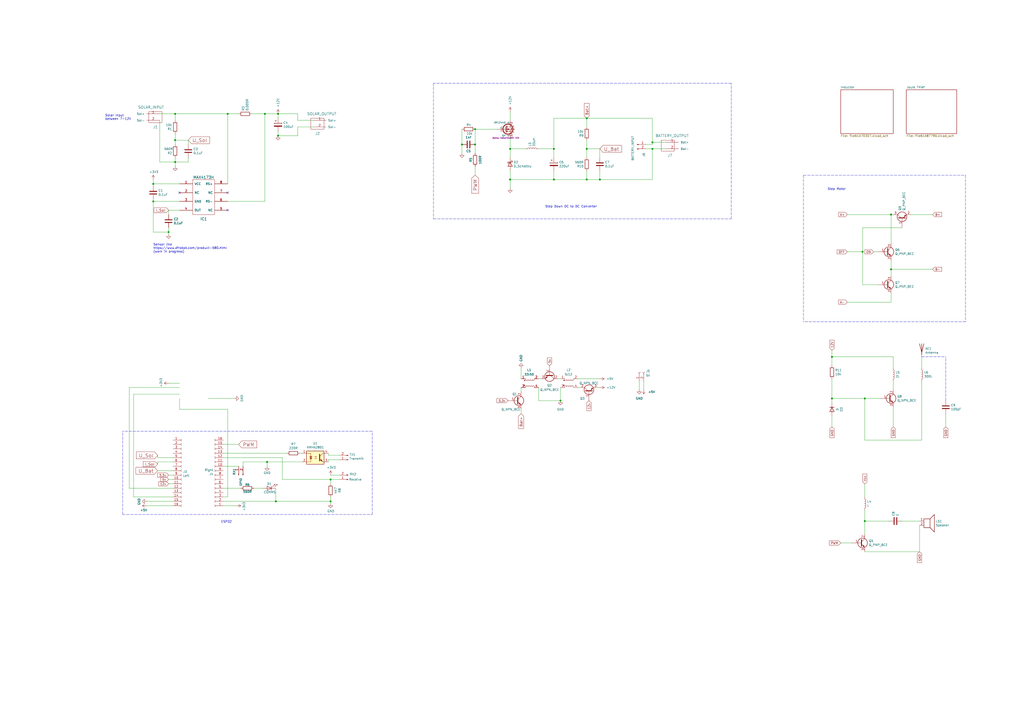
<source format=kicad_sch>
(kicad_sch (version 20211123) (generator eeschema)
  (paper "A2")
  (title_block (date "2022-07-16"))
  (lib_symbols
    (symbol "Connector:Conn_01x02_Female" (pin_names (offset 1.016) hide)
      (property "Reference" "J" (at 0 2.54 0))
      (property "Value" "Conn_01x02_Female" (at 0 -5.08 0))
      (symbol "Conn_01x02_Female_1_1"
        (pin passive line (at -5.08 0 0) (length 3.81) (name "Pin_1") (number "1"))
        (pin passive line (at -5.08 -2.54 0) (length 3.81) (name "Pin_2") (number "2"))
      )
    )
    (symbol "Device:Antenna" (pin_numbers hide) (pin_names (offset 1.016) hide)
      (property "Reference" "AE" (at -1.905 1.905 0))
      (property "Value" "Antenna" (at -1.905 0 0))
      (symbol "Antenna_1_1"
        (pin input line (at 0 -5.08 90) (length 2.54) (name "A") (number "1"))
      )
    )
    (symbol "Device:C" (pin_numbers hide) (pin_names (offset 0.254))
      (property "Reference" "C" (at 0.635 2.54 0))
      (property "Value" "C" (at 0.635 -2.54 0))
      (symbol "C_1_1"
        (pin passive line (at 0 3.81 270) (length 2.794) (name "~") (number "1"))
        (pin passive line (at 0 -3.81 90) (length 2.794) (name "~") (number "2"))
      )
    )
    (symbol "Device:D" (pin_numbers hide) (pin_names (offset 1.016) hide)
      (property "Reference" "D" (at 0 2.54 0))
      (property "Value" "D" (at 0 -2.54 0))
      (symbol "D_1_1"
        (pin passive line (at -3.81 0 0) (length 2.54) (name "K") (number "1"))
        (pin passive line (at 3.81 0 180) (length 2.54) (name "A") (number "2"))
      )
    )
    (symbol "Device:D_Schottky" (pin_numbers hide) (pin_names (offset 1.016) hide)
      (property "Reference" "D" (at 0 2.54 0))
      (property "Value" "D_Schottky" (at 0 -2.54 0))
      (symbol "D_Schottky_1_1"
        (pin passive line (at -3.81 0 0) (length 2.54) (name "K") (number "1"))
        (pin passive line (at 3.81 0 180) (length 2.54) (name "A") (number "2"))
      )
    )
    (symbol "Device:L" (pin_numbers hide) (pin_names (offset 1.016) hide)
      (property "Reference" "L" (at -1.27 0 90))
      (property "Value" "L" (at 1.905 0 90))
      (symbol "L_1_1"
        (pin passive line (at 0 3.81 270) (length 1.27) (name "1") (number "1"))
        (pin passive line (at 0 -3.81 90) (length 1.27) (name "2") (number "2"))
      )
    )
    (symbol "Device:L_Coupled" (pin_names (offset 0.254) hide)
      (property "Reference" "L" (at 0 4.445 0))
      (property "Value" "L_Coupled" (at 0 -4.445 0))
      (symbol "L_Coupled_1_1"
        (pin passive line (at -5.08 2.54 0) (length 2.54) (name "1") (number "1"))
        (pin passive line (at 5.08 2.54 180) (length 2.54) (name "2") (number "2"))
        (pin passive line (at -5.08 -2.54 0) (length 2.54) (name "3") (number "3"))
        (pin passive line (at 5.08 -2.54 180) (length 2.54) (name "4") (number "4"))
      )
    )
    (symbol "Device:Q_NPN_BCE" (pin_names (offset 0) hide)
      (property "Reference" "Q" (at 5.08 1.27 0))
      (property "Value" "Q_NPN_BCE" (at 5.08 -1.27 0))
      (symbol "Q_NPN_BCE_1_1"
        (pin input line (at -5.08 0 0) (length 5.715) (name "B") (number "1"))
        (pin passive line (at 2.54 5.08 270) (length 2.54) (name "C") (number "2"))
        (pin passive line (at 2.54 -5.08 90) (length 2.54) (name "E") (number "3"))
      )
    )
    (symbol "Device:Q_PNP_BCE" (pin_names (offset 0) hide)
      (property "Reference" "Q" (at 5.08 1.27 0))
      (property "Value" "Q_PNP_BCE" (at 5.08 -1.27 0))
      (symbol "Q_PNP_BCE_1_1"
        (pin input line (at -5.08 0 0) (length 5.715) (name "B") (number "1"))
        (pin passive line (at 2.54 5.08 270) (length 2.54) (name "C") (number "2"))
        (pin passive line (at 2.54 -5.08 90) (length 2.54) (name "E") (number "3"))
      )
    )
    (symbol "Device:Q_PNP_BEC" (pin_names (offset 0) hide)
      (property "Reference" "Q" (at 5.08 1.27 0))
      (property "Value" "Q_PNP_BEC" (at 5.08 -1.27 0))
      (symbol "Q_PNP_BEC_1_1"
        (pin input line (at -5.08 0 0) (length 5.715) (name "B") (number "1"))
        (pin passive line (at 2.54 -5.08 90) (length 2.54) (name "E") (number "2"))
        (pin passive line (at 2.54 5.08 270) (length 2.54) (name "C") (number "3"))
      )
    )
    (symbol "Device:R" (pin_numbers hide) (pin_names (offset 0))
      (property "Reference" "R" (at 2.032 0 90))
      (property "Value" "R" (at 0 0 90))
      (symbol "R_1_1"
        (pin passive line (at 0 3.81 270) (length 1.27) (name "~") (number "1"))
        (pin passive line (at 0 -3.81 90) (length 1.27) (name "~") (number "2"))
      )
    )
    (symbol "Device:Speaker" (pin_names (offset 0) hide)
      (property "Reference" "LS" (at 1.27 5.715 0))
      (property "Value" "Speaker" (at 1.27 3.81 0))
      (symbol "Speaker_1_1"
        (pin input line (at -5.08 0 0) (length 2.54) (name "1") (number "1"))
        (pin input line (at -5.08 -2.54 0) (length 2.54) (name "2") (number "2"))
      )
    )
    (symbol "connectors:Battery_Output" (pin_names (offset 1.016))
      (property "Reference" "J" (at 0 -11.43 0))
      (property "Value" "Battery_Output" (at 2.54 0 0))
      (symbol "Battery_Output_1_1"
        (pin passive line (at -1.27 -3.81 0) (length 7.62) (name "Bat+") (number "1"))
        (pin passive line (at -1.27 -7.62 0) (length 7.62) (name "Bat-") (number "2"))
      )
    )
    (symbol "connectors:MAX4173H" (pin_names (offset 1.016))
      (property "Reference" "IC" (at 10.16 -15.24 0))
      (property "Value" "MAX4173H" (at 10.16 8.89 0))
      (symbol "MAX4173H_1_1"
        (pin power_in line (at -3.81 5.08 0) (length 7.62) (name "VCC") (number "1"))
        (pin input line (at -3.81 0 0) (length 7.62) (name "NC") (number "2"))
        (pin input line (at -3.81 -5.08 0) (length 7.62) (name "GND") (number "3"))
        (pin power_out line (at -3.81 -10.16 0) (length 7.62) (name "OUT") (number "4"))
        (pin input line (at 24.13 -10.16 180) (length 7.62) (name "NC") (number "5"))
        (pin input line (at 24.13 -5.08 180) (length 7.62) (name "RS-") (number "6"))
        (pin input line (at 24.13 0 180) (length 7.62) (name "NC") (number "7"))
        (pin input line (at 24.13 5.08 180) (length 7.62) (name "RS+") (number "8"))
      )
    )
    (symbol "connectors:SOLAR_INPUT" (pin_names (offset 1.016))
      (property "Reference" "J" (at 0 -11.43 0))
      (property "Value" "SOLAR_INPUT" (at 2.54 0 0))
      (symbol "SOLAR_INPUT_1_1"
        (pin passive line (at -2.54 -3.81 0) (length 7.62) (name "Sol+") (number "1"))
        (pin passive line (at -2.54 -7.62 0) (length 7.62) (name "Sol-") (number "2"))
      )
    )
    (symbol "irfiz44n:IRFIZ44N" (pin_names (offset 0))
      (property "Reference" "Q" (at 0 -3.7592 0))
      (property "Value" "IRFIZ44N" (at 0 3.7846 0))
      (property "Footprint" "TO220" (at -4.5466 2.5654 0))
      (symbol "IRFIZ44N_1_1"
        (pin input line (at -5.08 0 0) (length 5.08) (name "G") (number "1"))
        (pin passive line (at 2.54 5.08 270) (length 2.54) (name "D") (number "2"))
        (pin passive line (at 2.54 -5.08 90) (length 2.54) (name "S") (number "3"))
      )
    )
    (symbol "power:+12V" (power) (pin_names (offset 0))
      (property "Value" "+12V" (at 0 3.556 0))
      (symbol "+12V_1_1"
        (pin power_in line (at 0 0 90) (length 0) hide (name "+12V") (number "1"))
      )
    )
    (symbol "power:+5V" (power) (pin_names (offset 0))
      (property "Value" "+5V" (at 0 3.556 0))
      (symbol "+5V_1_1"
        (pin power_in line (at 0 0 90) (length 0) hide (name "+5V") (number "1"))
      )
    )
    (symbol "power:GND" (power) (pin_names (offset 0))
      (property "Value" "GND" (at 0 -3.81 0))
      (symbol "GND_1_1"
        (pin power_in line (at 0 0 270) (length 0) hide (name "GND") (number "1"))
      )
    )
    (symbol "solar-rescue:+3.3V-power" (power) (pin_names (offset 0))
      (property "Value" "+3.3V-power" (at 0 3.556 0))
      (symbol "+3.3V-power_1_1"
        (pin power_in line (at 0 0 90) (length 0) hide (name "+3V3") (number "1"))
      )
    )
    (symbol "solar-rescue:C-Device" (pin_numbers hide) (pin_names (offset 0.254))
      (property "Reference" "C" (at 0.635 2.54 0))
      (property "Value" "C-Device" (at 0.635 -2.54 0))
      (symbol "C-Device_1_1"
        (pin passive line (at 0 3.81 270) (length 2.794) (name "~") (number "1"))
        (pin passive line (at 0 -3.81 90) (length 2.794) (name "~") (number "2"))
      )
    )
    (symbol "solar-rescue:CP-Device" (pin_numbers hide) (pin_names (offset 0.254))
      (property "Reference" "C" (at 0.635 2.54 0))
      (property "Value" "CP-Device" (at 0.635 -2.54 0))
      (symbol "CP-Device_1_1"
        (pin passive line (at 0 3.81 270) (length 2.794) (name "~") (number "1"))
        (pin passive line (at 0 -3.81 90) (length 2.794) (name "~") (number "2"))
      )
    )
    (symbol "solar-rescue:Conn_01x02_Male-Connector" (pin_names (offset 1.016) hide)
      (property "Reference" "J" (at 0 2.54 0))
      (property "Value" "Conn_01x02_Male-Connector" (at 0 -5.08 0))
      (symbol "Conn_01x02_Male-Connector_1_1"
        (pin passive line (at 5.08 0 180) (length 3.81) (name "Pin_1") (number "1"))
        (pin passive line (at 5.08 -2.54 180) (length 3.81) (name "Pin_2") (number "2"))
      )
    )
    (symbol "solar-rescue:Conn_01x16_Female-Connector" (pin_names (offset 1.016) hide)
      (property "Reference" "J" (at 0 20.32 0))
      (property "Value" "Conn_01x16_Female-Connector" (at 0 -22.86 0))
      (symbol "Conn_01x16_Female-Connector_1_1"
        (pin passive line (at -5.08 17.78 0) (length 3.81) (name "Pin_1") (number "1"))
        (pin passive line (at -5.08 -5.08 0) (length 3.81) (name "Pin_10") (number "10"))
        (pin passive line (at -5.08 -7.62 0) (length 3.81) (name "Pin_11") (number "11"))
        (pin passive line (at -5.08 -10.16 0) (length 3.81) (name "Pin_12") (number "12"))
        (pin passive line (at -5.08 -12.7 0) (length 3.81) (name "Pin_13") (number "13"))
        (pin passive line (at -5.08 -15.24 0) (length 3.81) (name "Pin_14") (number "14"))
        (pin passive line (at -5.08 -17.78 0) (length 3.81) (name "Pin_15") (number "15"))
        (pin passive line (at -5.08 -20.32 0) (length 3.81) (name "Pin_16") (number "16"))
        (pin passive line (at -5.08 15.24 0) (length 3.81) (name "Pin_2") (number "2"))
        (pin passive line (at -5.08 12.7 0) (length 3.81) (name "Pin_3") (number "3"))
        (pin passive line (at -5.08 10.16 0) (length 3.81) (name "Pin_4") (number "4"))
        (pin passive line (at -5.08 7.62 0) (length 3.81) (name "Pin_5") (number "5"))
        (pin passive line (at -5.08 5.08 0) (length 3.81) (name "Pin_6") (number "6"))
        (pin passive line (at -5.08 2.54 0) (length 3.81) (name "Pin_7") (number "7"))
        (pin passive line (at -5.08 0 0) (length 3.81) (name "Pin_8") (number "8"))
        (pin passive line (at -5.08 -2.54 0) (length 3.81) (name "Pin_9") (number "9"))
      )
    )
    (symbol "solar-rescue:GND-power" (power) (pin_names (offset 0))
      (property "Value" "GND-power" (at 0 -3.81 0))
      (symbol "GND-power_1_1"
        (pin power_in line (at 0 0 270) (length 0) hide (name "GND") (number "1"))
      )
    )
    (symbol "solar-rescue:L-Device" (pin_numbers hide) (pin_names (offset 1.016) hide)
      (property "Reference" "L" (at -1.27 0 90))
      (property "Value" "L-Device" (at 1.905 0 90))
      (symbol "L-Device_1_1"
        (pin passive line (at 0 3.81 270) (length 1.27) (name "1") (number "1"))
        (pin passive line (at 0 -3.81 90) (length 1.27) (name "2") (number "2"))
      )
    )
    (symbol "solar-rescue:LED-Device" (pin_numbers hide) (pin_names (offset 1.016) hide)
      (property "Reference" "D" (at 0 2.54 0))
      (property "Value" "LED-Device" (at 0 -2.54 0))
      (symbol "LED-Device_1_1"
        (pin passive line (at -3.81 0 0) (length 2.54) (name "K") (number "1"))
        (pin passive line (at 3.81 0 180) (length 2.54) (name "A") (number "2"))
      )
    )
    (symbol "solar-rescue:PC817-Isolator" (pin_names (offset 1.016))
      (property "Reference" "U" (at -5.08 5.08 0))
      (property "Value" "PC817-Isolator" (at 0 5.08 0))
      (symbol "PC817-Isolator_1_1"
        (pin passive line (at -7.62 2.54 0) (length 2.54) (name "~") (number "1"))
        (pin passive line (at -7.62 -2.54 0) (length 2.54) (name "~") (number "2"))
        (pin passive line (at 7.62 -2.54 180) (length 2.54) (name "~") (number "3"))
        (pin passive line (at 7.62 2.54 180) (length 2.54) (name "~") (number "4"))
      )
    )
    (symbol "solar-rescue:R-Device" (pin_numbers hide) (pin_names (offset 0))
      (property "Reference" "R" (at 2.032 0 90))
      (property "Value" "R-Device" (at 0 0 90))
      (symbol "R-Device_1_1"
        (pin passive line (at 0 3.81 270) (length 1.27) (name "~") (number "1"))
        (pin passive line (at 0 -3.81 90) (length 1.27) (name "~") (number "2"))
      )
    )
  )
  (junction (at 275.59 74.93))
  (junction (at 378.46 86.36))
  (junction (at 101.6 66.04))
  (junction (at 340.36 68.58))
  (junction (at 325.12 232.41))
  (junction (at 132.08 66.04))
  (junction (at 516.89 156.21))
  (junction (at 340.36 104.14))
  (junction (at 101.6 81.28))
  (junction (at 482.6 231.14))
  (junction (at 161.29 78.74))
  (junction (at 501.65 231.14))
  (junction (at 275.59 83.82))
  (junction (at 295.91 104.14))
  (junction (at 500.38 146.05))
  (junction (at 153.67 66.04))
  (junction (at 191.77 290.83))
  (junction (at 191.77 278.13))
  (junction (at 88.9 106.68))
  (junction (at 88.9 116.84))
  (junction (at 482.6 207.01))
  (junction (at 347.98 104.14))
  (junction (at 295.91 86.36))
  (junction (at 321.31 86.36))
  (junction (at 501.65 302.26))
  (junction (at 154.94 267.97))
  (junction (at 516.89 124.46))
  (junction (at 267.97 83.82))
  (junction (at 161.29 66.04))
  (junction (at 378.46 82.55))
  (junction (at 340.36 86.36))
  (junction (at 160.02 290.83))
  (junction (at 101.6 93.98))
  (junction (at 321.31 104.14))
  (junction (at 97.79 134.62))
  (no_connect (at 132.08 111.76))
  (no_connect (at 104.14 111.76))
  (no_connect (at 132.08 121.92))
  (wire (pts (xy 295.91 104.14) (xy 295.91 109.22)))
  (wire (pts (xy 88.9 107.95) (xy 88.9 106.68)))
  (wire (pts (xy 132.08 66.04) (xy 132.08 106.68)))
  (wire (pts (xy 88.9 115.57) (xy 88.9 116.84)))
  (wire (pts (xy 501.65 295.91) (xy 501.65 302.26)))
  (wire (pts (xy 482.6 231.14) (xy 501.65 231.14)))
  (wire (pts (xy 101.6 91.44) (xy 101.6 93.98)))
  (wire (pts (xy 500.38 146.05) (xy 500.38 165.1)))
  (wire (pts (xy 321.31 91.44) (xy 321.31 86.36)))
  (wire (pts (xy 340.36 81.28) (xy 340.36 86.36)))
  (wire (pts (xy 501.65 320.04) (xy 533.4 320.04)))
  (wire (pts (xy 295.91 80.01) (xy 295.91 86.36)))
  (wire (pts (xy 321.31 104.14) (xy 340.36 104.14)))
  (wire (pts (xy 172.72 66.04) (xy 161.29 66.04)))
  (wire (pts (xy 97.79 134.62) (xy 97.79 135.89)))
  (polyline (pts (xy 251.46 127) (xy 424.18 127)))
  (wire (pts (xy 160.02 283.21) (xy 160.02 290.83)))
  (wire (pts (xy 129.54 283.21) (xy 139.7 283.21)))
  (polyline (pts (xy 534.67 207.01) (xy 548.64 207.01)))
  (wire (pts (xy 295.91 91.44) (xy 295.91 86.36)))
  (wire (pts (xy 140.97 267.97) (xy 140.97 270.51)))
  (wire (pts (xy 518.16 226.06) (xy 518.16 220.98)))
  (wire (pts (xy 100.33 288.29) (xy 77.47 288.29)))
  (wire (pts (xy 129.54 265.43) (xy 163.83 265.43)))
  (wire (pts (xy 77.47 288.29) (xy 77.47 228.6)))
  (wire (pts (xy 153.67 66.04) (xy 161.29 66.04)))
  (wire (pts (xy 181.61 69.85) (xy 172.72 69.85)))
  (wire (pts (xy 548.64 240.03) (xy 548.64 247.65)))
  (wire (pts (xy 340.36 91.44) (xy 340.36 86.36)))
  (wire (pts (xy 516.89 140.97) (xy 516.89 124.46)))
  (polyline (pts (xy 424.18 127) (xy 424.18 48.26)))
  (wire (pts (xy 534.67 220.98) (xy 534.67 255.27)))
  (wire (pts (xy 482.6 231.14) (xy 482.6 219.71)))
  (wire (pts (xy 378.46 68.58) (xy 340.36 68.58)))
  (wire (pts (xy 482.6 203.2) (xy 482.6 207.01)))
  (polyline (pts (xy 71.12 298.45) (xy 215.9 298.45)))
  (wire (pts (xy 190.5 267.97) (xy 190.5 266.7)))
  (polyline (pts (xy 466.09 101.6) (xy 466.09 186.69)))
  (polyline (pts (xy 560.07 186.69) (xy 466.09 186.69)))
  (wire (pts (xy 378.46 86.36) (xy 386.08 86.36)))
  (wire (pts (xy 153.67 116.84) (xy 153.67 66.04)))
  (wire (pts (xy 312.42 232.41) (xy 325.12 232.41)))
  (polyline (pts (xy 424.18 48.26) (xy 251.46 48.26)))
  (wire (pts (xy 101.6 93.98) (xy 101.6 96.52)))
  (wire (pts (xy 482.6 231.14) (xy 482.6 233.68)))
  (wire (pts (xy 515.62 302.26) (xy 501.65 302.26)))
  (wire (pts (xy 74.93 283.21) (xy 74.93 224.79)))
  (wire (pts (xy 109.22 81.28) (xy 109.22 83.82)))
  (wire (pts (xy 129.54 262.89) (xy 166.37 262.89)))
  (wire (pts (xy 77.47 228.6) (xy 104.14 228.6)))
  (wire (pts (xy 335.28 219.71) (xy 347.98 219.71)))
  (wire (pts (xy 104.14 237.49) (xy 104.14 231.14)))
  (polyline (pts (xy 215.9 250.19) (xy 71.12 250.19)))
  (wire (pts (xy 267.97 74.93) (xy 267.97 83.82)))
  (polyline (pts (xy 71.12 298.45) (xy 71.12 250.19)))
  (wire (pts (xy 340.36 99.06) (xy 340.36 104.14)))
  (wire (pts (xy 516.89 156.21) (xy 541.02 156.21)))
  (wire (pts (xy 190.5 264.16) (xy 190.5 262.89)))
  (polyline (pts (xy 548.64 232.41) (xy 548.64 207.01)))
  (wire (pts (xy 137.16 293.37) (xy 129.54 293.37)))
  (wire (pts (xy 91.44 265.43) (xy 91.44 264.16)))
  (wire (pts (xy 370.84 220.98) (xy 370.84 226.06)))
  (wire (pts (xy 97.79 280.67) (xy 100.33 280.67)))
  (wire (pts (xy 323.85 219.71) (xy 325.12 219.71)))
  (wire (pts (xy 161.29 66.04) (xy 161.29 68.58)))
  (wire (pts (xy 378.46 86.36) (xy 378.46 104.14)))
  (wire (pts (xy 275.59 74.93) (xy 288.29 74.93)))
  (wire (pts (xy 88.9 134.62) (xy 88.9 116.84)))
  (wire (pts (xy 347.98 104.14) (xy 378.46 104.14)))
  (polyline (pts (xy 466.09 101.6) (xy 560.07 101.6)))
  (wire (pts (xy 491.49 124.46) (xy 516.89 124.46)))
  (wire (pts (xy 295.91 86.36) (xy 304.8 86.36)))
  (wire (pts (xy 97.79 275.59) (xy 100.33 275.59)))
  (wire (pts (xy 161.29 78.74) (xy 172.72 78.74)))
  (wire (pts (xy 500.38 165.1) (xy 509.27 165.1)))
  (wire (pts (xy 373.38 220.98) (xy 373.38 226.06)))
  (wire (pts (xy 132.08 288.29) (xy 132.08 237.49)))
  (wire (pts (xy 92.71 66.04) (xy 101.6 66.04)))
  (wire (pts (xy 534.67 213.36) (xy 534.67 207.01)))
  (wire (pts (xy 516.89 156.21) (xy 516.89 151.13)))
  (wire (pts (xy 378.46 82.55) (xy 386.08 82.55)))
  (wire (pts (xy 500.38 132.08) (xy 500.38 146.05)))
  (wire (pts (xy 161.29 76.2) (xy 161.29 78.74)))
  (wire (pts (xy 275.59 83.82) (xy 275.59 88.9)))
  (wire (pts (xy 516.89 124.46) (xy 518.16 124.46)))
  (wire (pts (xy 501.65 231.14) (xy 510.54 231.14)))
  (wire (pts (xy 92.71 93.98) (xy 92.71 69.85)))
  (wire (pts (xy 132.08 237.49) (xy 104.14 237.49)))
  (wire (pts (xy 191.77 278.13) (xy 196.85 278.13)))
  (wire (pts (xy 154.94 267.97) (xy 175.26 267.97)))
  (polyline (pts (xy 215.9 298.45) (xy 215.9 250.19)))
  (wire (pts (xy 101.6 81.28) (xy 109.22 81.28)))
  (wire (pts (xy 101.6 66.04) (xy 101.6 69.85)))
  (wire (pts (xy 91.44 273.05) (xy 100.33 273.05)))
  (wire (pts (xy 491.49 146.05) (xy 500.38 146.05)))
  (wire (pts (xy 85.09 293.37) (xy 100.33 293.37)))
  (wire (pts (xy 374.65 83.82) (xy 378.46 83.82)))
  (wire (pts (xy 97.79 134.62) (xy 88.9 134.62)))
  (wire (pts (xy 518.16 236.22) (xy 518.16 247.65)))
  (wire (pts (xy 129.54 288.29) (xy 132.08 288.29)))
  (wire (pts (xy 91.44 265.43) (xy 100.33 265.43)))
  (wire (pts (xy 494.03 314.96) (xy 487.68 314.96)))
  (wire (pts (xy 491.49 175.26) (xy 516.89 175.26)))
  (wire (pts (xy 347.98 86.36) (xy 340.36 86.36)))
  (wire (pts (xy 335.28 224.79) (xy 336.55 224.79)))
  (wire (pts (xy 275.59 101.6) (xy 275.59 96.52)))
  (wire (pts (xy 378.46 83.82) (xy 378.46 82.55)))
  (wire (pts (xy 516.89 175.26) (xy 516.89 170.18)))
  (wire (pts (xy 196.85 264.16) (xy 190.5 264.16)))
  (wire (pts (xy 295.91 64.77) (xy 295.91 69.85)))
  (wire (pts (xy 97.79 222.25) (xy 104.14 222.25)))
  (wire (pts (xy 146.05 66.04) (xy 153.67 66.04)))
  (wire (pts (xy 533.4 320.04) (xy 533.4 304.8)))
  (wire (pts (xy 138.43 257.81) (xy 129.54 257.81)))
  (wire (pts (xy 97.79 132.08) (xy 97.79 134.62)))
  (wire (pts (xy 191.77 278.13) (xy 163.83 278.13)))
  (wire (pts (xy 509.27 146.05) (xy 506.73 146.05)))
  (wire (pts (xy 302.26 213.36) (xy 302.26 219.71)))
  (wire (pts (xy 196.85 275.59) (xy 191.77 275.59)))
  (wire (pts (xy 101.6 81.28) (xy 101.6 77.47)))
  (wire (pts (xy 74.93 283.21) (xy 100.33 283.21)))
  (wire (pts (xy 163.83 278.13) (xy 163.83 265.43)))
  (wire (pts (xy 378.46 82.55) (xy 378.46 68.58)))
  (wire (pts (xy 88.9 106.68) (xy 88.9 104.14)))
  (wire (pts (xy 340.36 73.66) (xy 340.36 68.58)))
  (polyline (pts (xy 560.07 101.6) (xy 560.07 186.69)))
  (polyline (pts (xy 251.46 48.26) (xy 251.46 127)))
  (wire (pts (xy 321.31 99.06) (xy 321.31 104.14)))
  (wire (pts (xy 325.12 224.79) (xy 325.12 232.41)))
  (wire (pts (xy 501.65 231.14) (xy 501.65 255.27)))
  (wire (pts (xy 528.32 124.46) (xy 541.02 124.46)))
  (wire (pts (xy 482.6 241.3) (xy 482.6 247.65)))
  (wire (pts (xy 302.26 237.49) (xy 302.26 240.03)))
  (wire (pts (xy 101.6 83.82) (xy 101.6 81.28)))
  (wire (pts (xy 97.79 124.46) (xy 97.79 121.92)))
  (wire (pts (xy 501.65 280.67) (xy 501.65 288.29)))
  (wire (pts (xy 74.93 224.79) (xy 104.14 224.79)))
  (wire (pts (xy 172.72 78.74) (xy 172.72 73.66)))
  (wire (pts (xy 191.77 290.83) (xy 191.77 292.1)))
  (wire (pts (xy 312.42 219.71) (xy 313.69 219.71)))
  (wire (pts (xy 191.77 280.67) (xy 191.77 278.13)))
  (wire (pts (xy 101.6 93.98) (xy 92.71 93.98)))
  (wire (pts (xy 104.14 106.68) (xy 88.9 106.68)))
  (wire (pts (xy 312.42 86.36) (xy 321.31 86.36)))
  (wire (pts (xy 154.94 267.97) (xy 154.94 270.51)))
  (wire (pts (xy 523.24 302.26) (xy 533.4 302.26)))
  (wire (pts (xy 374.65 86.36) (xy 378.46 86.36)))
  (wire (pts (xy 516.89 160.02) (xy 516.89 156.21)))
  (wire (pts (xy 154.94 267.97) (xy 140.97 267.97)))
  (wire (pts (xy 321.31 68.58) (xy 340.36 68.58)))
  (wire (pts (xy 101.6 66.04) (xy 132.08 66.04)))
  (wire (pts (xy 109.22 91.44) (xy 109.22 93.98)))
  (wire (pts (xy 147.32 283.21) (xy 152.4 283.21)))
  (wire (pts (xy 501.65 302.26) (xy 501.65 309.88)))
  (wire (pts (xy 267.97 83.82) (xy 267.97 88.9)))
  (wire (pts (xy 295.91 104.14) (xy 321.31 104.14)))
  (wire (pts (xy 135.89 231.14) (xy 120.65 231.14)))
  (wire (pts (xy 295.91 104.14) (xy 295.91 99.06)))
  (wire (pts (xy 160.02 290.83) (xy 191.77 290.83)))
  (wire (pts (xy 518.16 207.01) (xy 518.16 213.36)))
  (wire (pts (xy 312.42 224.79) (xy 312.42 232.41)))
  (wire (pts (xy 275.59 74.93) (xy 275.59 83.82)))
  (wire (pts (xy 109.22 93.98) (xy 101.6 93.98)))
  (wire (pts (xy 172.72 69.85) (xy 172.72 66.04)))
  (wire (pts (xy 104.14 121.92) (xy 97.79 121.92)))
  (wire (pts (xy 523.24 132.08) (xy 500.38 132.08)))
  (wire (pts (xy 347.98 99.06) (xy 347.98 104.14)))
  (wire (pts (xy 97.79 278.13) (xy 100.33 278.13)))
  (wire (pts (xy 85.09 290.83) (xy 100.33 290.83)))
  (wire (pts (xy 340.36 104.14) (xy 347.98 104.14)))
  (wire (pts (xy 482.6 207.01) (xy 482.6 212.09)))
  (wire (pts (xy 129.54 270.51) (xy 138.43 270.51)))
  (wire (pts (xy 190.5 266.7) (xy 196.85 266.7)))
  (wire (pts (xy 91.44 267.97) (xy 100.33 267.97)))
  (wire (pts (xy 173.99 262.89) (xy 175.26 262.89)))
  (wire (pts (xy 91.44 267.97) (xy 91.44 269.24)))
  (wire (pts (xy 129.54 290.83) (xy 160.02 290.83)))
  (wire (pts (xy 191.77 288.29) (xy 191.77 290.83)))
  (wire (pts (xy 88.9 116.84) (xy 104.14 116.84)))
  (wire (pts (xy 302.26 224.79) (xy 302.26 227.33)))
  (wire (pts (xy 347.98 91.44) (xy 347.98 86.36)))
  (wire (pts (xy 482.6 207.01) (xy 518.16 207.01)))
  (wire (pts (xy 321.31 86.36) (xy 321.31 68.58)))
  (wire (pts (xy 138.43 66.04) (xy 132.08 66.04)))
  (wire (pts (xy 132.08 116.84) (xy 153.67 116.84)))
  (wire (pts (xy 172.72 73.66) (xy 181.61 73.66)))
  (wire (pts (xy 501.65 255.27) (xy 534.67 255.27)))
  (wire (pts (xy 346.71 224.79) (xy 347.98 224.79)))
  (text "Step Down DC to DC Converter" (at 316.23 120.65 0) (effects (font (size 1.27 1.27)) (justify left bottom)))
  (text "Step Motor" (at 480.06 110.49 0) (effects (font (size 1.27 1.27)) (justify left bottom)))
  (text "Solar Input \nbetween 7-12V" (at 60.96 69.85 0) (effects (font (size 1.27 1.27)) (justify left bottom)))
  (text "ESP32" (at 128.27 303.53 0) (effects (font (size 1.27 1.27)) (justify left bottom)))
  (text "Sensor like\nhttps://www.dfrobot.com/product-580.html\n(work in progress)" (at 88.9 146.812 0) (effects (font (size 1.27 1.27)) (justify left bottom)))
  (global_label "A+" (shape input) (at 491.49 124.46 180) (property "Intersheet References" "${INTERSHEET_REFS}" (effects hide)))
  (global_label "I_Sol" (shape input) (at 97.79 121.92 180) (effects (font (size 1.524 1.524))) (property "Intersheet References" "${INTERSHEET_REFS}" (effects hide)))
  (global_label "GND" (shape input) (at 482.6 247.65 270) (property "Intersheet References" "${INTERSHEET_REFS}" (effects hide)))
  (global_label "5v" (shape input) (at 318.77 212.09 90) (property "插入图纸页参考" "${INTERSHEET_REFS}" (effects hide)))
  (global_label "PWM" (shape input) (at 138.43 257.81 0) (effects (font (size 2.032 2.032))) (property "Intersheet References" "${INTERSHEET_REFS}" (effects hide)))
  (global_label "3.3v" (shape input) (at 294.64 232.41 180) (property "插入图纸页参考" "${INTERSHEET_REFS}" (effects hide)))
  (global_label "I_Sol" (shape input) (at 91.44 269.24 180) (effects (font (size 1.524 1.524))) (property "Intersheet References" "${INTERSHEET_REFS}" (effects hide)))
  (global_label "U_Sol" (shape input) (at 109.22 81.28 0) (effects (font (size 2.032 2.032))) (property "Intersheet References" "${INTERSHEET_REFS}" (effects hide)))
  (global_label "U_Bat" (shape input) (at 91.44 273.05 180) (effects (font (size 2.032 2.032))) (property "Intersheet References" "${INTERSHEET_REFS}" (effects hide)))
  (global_label "GND" (shape input) (at 548.64 247.65 270) (property "Intersheet References" "${INTERSHEET_REFS}" (effects hide)))
  (global_label "12V" (shape input) (at 482.6 203.2 90) (property "Intersheet References" "${INTERSHEET_REFS}" (effects hide)))
  (global_label "ON" (shape input) (at 506.73 146.05 180) (property "Intersheet References" "${INTERSHEET_REFS}" (effects hide)))
  (global_label "Bat+" (shape input) (at 302.26 240.03 270) (effects (font (size 1.524 1.524))) (property "Intersheet References" "${INTERSHEET_REFS}" (effects hide)))
  (global_label "GND" (shape input) (at 518.16 247.65 270) (property "Intersheet References" "${INTERSHEET_REFS}" (effects hide)))
  (global_label "B-" (shape input) (at 541.02 156.21 0) (property "Intersheet References" "${INTERSHEET_REFS}" (effects hide)))
  (global_label "U_Sol" (shape input) (at 91.44 264.16 180) (effects (font (size 2.032 2.032))) (property "Intersheet References" "${INTERSHEET_REFS}" (effects hide)))
  (global_label "OFF" (shape input) (at 491.49 146.05 180) (property "Intersheet References" "${INTERSHEET_REFS}" (effects hide)))
  (global_label "3.3v" (shape input) (at 97.79 275.59 180) (property "插入图纸页参考" "${INTERSHEET_REFS}" (effects hide)))
  (global_label "12v" (shape input) (at 97.79 280.67 180) (property "插入图纸页参考" "${INTERSHEET_REFS}" (effects hide)))
  (global_label "B+" (shape input) (at 541.02 124.46 0) (property "Intersheet References" "${INTERSHEET_REFS}" (effects hide)))
  (global_label "PWM" (shape input) (at 487.68 314.96 180) (property "Intersheet References" "${INTERSHEET_REFS}" (effects hide)))
  (global_label "5v" (shape input) (at 97.79 278.13 180) (property "插入图纸页参考" "${INTERSHEET_REFS}" (effects hide)))
  (global_label "A-" (shape input) (at 491.49 175.26 180) (property "Intersheet References" "${INTERSHEET_REFS}" (effects hide)))
  (global_label "Bat+" (shape input) (at 340.36 68.58 90) (effects (font (size 1.524 1.524))) (property "Intersheet References" "${INTERSHEET_REFS}" (effects hide)))
  (global_label "PWM" (shape input) (at 275.59 101.6 270) (effects (font (size 2.032 2.032))) (property "Intersheet References" "${INTERSHEET_REFS}" (effects hide)))
  (global_label "U_Bat" (shape input) (at 347.98 86.36 0) (effects (font (size 2.032 2.032))) (property "Intersheet References" "${INTERSHEET_REFS}" (effects hide)))
  (global_label "GND" (shape input) (at 533.4 320.04 270) (property "Intersheet References" "${INTERSHEET_REFS}" (effects hide)))
  (global_label "12v" (shape input) (at 341.63 232.41 270) (property "插入图纸页参考" "${INTERSHEET_REFS}" (effects hide)))
  (global_label "Vcc" (shape input) (at 501.65 280.67 90) (property "Intersheet References" "${INTERSHEET_REFS}" (effects hide)))
  (symbol (lib_id "irfiz44n:IRFIZ44N") (at 293.37 74.93 0) (unit 1)
    (property "Reference" "Q4" (at 293.37 78.6892 0) (effects (font (size 1.016 1.016)) (justify right)))
    (property "Value" "IRFIZ44N" (at 293.37 71.1454 0) (effects (font (size 1.016 1.016)) (justify right)))
    (property "Footprint" "digikey-footprints:SOT-223" (at 293.37 80.01 0) (effects (font (size 0.7366 0.7366))))
  )
  (symbol (lib_id "solar-rescue:GND-power") (at 295.91 109.22 0) (unit 1)
    (property "Reference" "#PWR016" (effects hide))
    (property "Value" "GND" (effects hide))
  )
  (symbol (lib_id "connectors:SOLAR_INPUT") (at 90.17 62.23 0) (mirror y) (unit 1)
    (property "Reference" "J1" (at 90.17 73.66 0) (effects (font (size 1.524 1.524))))
    (property "Value" "SOLAR_INPUT" (at 87.63 62.23 0) (effects (font (size 1.524 1.524))))
    (property "Footprint" "digikey-footprints:1210" (effects hide))
  )
  (symbol (lib_id "connectors:Battery_Output") (at 387.35 78.74 0) (unit 1)
    (property "Reference" "J7" (at 388.62 90.17 0) (effects (font (size 1.524 1.524))))
    (property "Value" "BATTERY_OUTPUT" (at 389.89 78.74 0) (effects (font (size 1.524 1.524))))
    (property "Footprint" "digikey-footprints:1210" (effects hide))
  )
  (symbol (lib_id "connectors:MAX4173H") (at 107.95 111.76 0) (unit 1)
    (property "Reference" "IC1" (at 118.11 127 0) (effects (font (size 1.524 1.524))))
    (property "Value" "MAX4173H" (at 118.11 102.87 0) (effects (font (size 1.524 1.524))))
  )
  (symbol (lib_id "solar-rescue:GND-power") (at 97.79 135.89 0) (unit 1)
    (property "Reference" "#PWR02" (effects hide))
    (property "Value" "GND" (effects hide))
  )
  (symbol (lib_id "solar-rescue:GND-power") (at 101.6 96.52 0) (unit 1)
    (property "Reference" "#PWR03" (effects hide))
    (property "Value" "GND" (effects hide))
  )
  (symbol (lib_id "solar-rescue:LED-Device") (at 156.21 283.21 180) (unit 1)
    (property "Reference" "D1" (at 156.21 280.67 0))
    (property "Value" "COMMS" (at 156.464 285.496 0))
    (property "Footprint" "digikey-footprints:0603" (effects hide))
  )
  (symbol (lib_id "solar-rescue:R-Device") (at 143.51 283.21 270) (unit 1)
    (property "Reference" "R6" (at 143.51 281.178 90))
    (property "Value" "560R" (at 143.51 285.242 90))
    (property "Footprint" "digikey-footprints:0603" (effects hide))
  )
  (symbol (lib_id "solar-rescue:PC817-Isolator") (at 182.88 265.43 0) (unit 1)
    (property "Reference" "U1" (at 182.88 257.175 0))
    (property "Value" "HMHA2801" (at 182.88 259.4864 0))
    (property "Footprint" "Housings_SSOP:SOP-4_4.4x2.8mm_Pitch1.27mm" (effects hide))
    (property "Datasheet" "https://uk.farnell.com/on-semiconductor/hmha2801/optocoupler-single-channel/dp/1652504" (effects hide))
  )
  (symbol (lib_id "solar-rescue:Conn_01x02_Male-Connector") (at 201.93 278.13 180) (unit 1)
    (property "Reference" "RX2" (at 206.756 275.082 0) (effects (justify left)))
    (property "Value" "Receive" (at 209.804 278.13 0) (effects (justify left)))
    (property "Footprint" "Connectors_JST:JST_PH_S2B-PH-K_02x2.00mm_Angled" (effects hide))
    (property "Datasheet" "http://www.farnell.com/datasheets/2057211.pdf" (effects hide))
  )
  (symbol (lib_id "solar-rescue:Conn_01x02_Male-Connector") (at 201.93 266.7 180) (unit 1)
    (property "Reference" "TX1" (at 202.6412 263.7028 0) (effects (justify right)))
    (property "Value" "Transmit" (at 202.6412 266.0142 0) (effects (justify right)))
    (property "Footprint" "Connectors_JST:JST_PH_S2B-PH-K_02x2.00mm_Angled" (effects hide))
    (property "Datasheet" "http://www.farnell.com/datasheets/2057211.pdf" (effects hide))
  )
  (symbol (lib_id "solar-rescue:Conn_01x16_Female-Connector") (at 105.41 273.05 0) (unit 1)
    (property "Reference" "J3" (at 106.0958 273.6596 0) (effects (justify left)))
    (property "Value" "Left" (at 106.0958 275.971 0) (effects (justify left)))
    (property "Footprint" "ESP32-footprints-Lib:PIN16" (effects hide))
  )
  (symbol (lib_id "solar-rescue:Conn_01x16_Female-Connector") (at 124.46 275.59 180) (unit 1)
    (property "Reference" "J4" (at 123.7742 274.9804 0) (effects (justify left)))
    (property "Value" "Right" (at 123.7742 272.669 0) (effects (justify left)))
    (property "Footprint" "ESP32-footprints-Lib:PIN16" (effects hide))
  )
  (symbol (lib_id "solar-rescue:+3.3V-power") (at 191.77 275.59 0) (unit 1)
    (property "Reference" "#PWR018" (effects hide))
    (property "Value" "+3.3V" (at 192.151 271.1958 0))
  )
  (symbol (lib_id "solar-rescue:R-Device") (at 191.77 284.48 180) (unit 1)
    (property "Reference" "R8" (at 197.0278 284.48 90))
    (property "Value" "4K7" (at 194.7164 284.48 90))
    (property "Footprint" "Resistors_SMD:R_0805_HandSoldering" (effects hide))
  )
  (symbol (lib_id "solar-rescue:GND-power") (at 154.94 270.51 0) (unit 1)
    (property "Reference" "#PWR017" (effects hide))
    (property "Value" "GND" (at 154.94 274.32 0))
  )
  (symbol (lib_id "solar-rescue:R-Device") (at 170.18 262.89 270) (unit 1)
    (property "Reference" "R7" (at 170.18 257.6322 90))
    (property "Value" "220R" (at 170.18 259.9436 90))
    (property "Footprint" "digikey-footprints:0603" (effects hide))
  )
  (symbol (lib_id "solar-rescue:GND-power") (at 191.77 292.1 0) (unit 1)
    (property "Reference" "#PWR019" (effects hide))
    (property "Value" "GND" (at 191.897 296.4942 0))
  )
  (symbol (lib_id "solar-rescue:CP-Device") (at 161.29 72.39 0) (unit 1)
    (property "Reference" "C4" (at 164.2872 71.2216 0) (effects (justify left)))
    (property "Value" "100uF" (at 164.2872 73.533 0) (effects (justify left)))
    (property "Footprint" "ESP32-footprints-Lib:Cpol-6.3x7.7" (effects hide))
  )
  (symbol (lib_id "solar-rescue:Conn_01x02_Male-Connector") (at 369.57 83.82 0) (unit 1)
    (property "Reference" "J6" (at 373.4562 88.5952 90) (effects (justify right)))
    (property "Value" "BATTERY_INPUT" (at 367.03 78.74 90) (effects (justify right)))
    (property "Footprint" "digikey-footprints:1210" (effects hide))
  )
  (symbol (lib_id "solar-rescue:CP-Device") (at 321.31 95.25 0) (unit 1)
    (property "Reference" "C6" (at 324.3072 94.0816 0) (effects (justify left)))
    (property "Value" "220uF" (at 324.3072 96.393 0) (effects (justify left)))
    (property "Footprint" "ESP32-footprints-Lib:Cpol-6.3x7.7" (effects hide))
  )
  (symbol (lib_id "solar-rescue:+3.3V-power") (at 137.16 293.37 270) (unit 1)
    (property "Reference" "#PWR013" (effects hide))
    (property "Value" "+3.3V" (at 141.5542 293.751 0))
  )
  (symbol (lib_id "solar-rescue:GND-power") (at 85.09 290.83 270) (unit 1)
    (property "Reference" "#PWR04" (effects hide))
    (property "Value" "GND" (at 80.6958 290.957 0))
  )
  (symbol (lib_id "solar-rescue:GND-power") (at 161.29 78.74 0) (unit 1)
    (property "Reference" "#PWR08" (effects hide))
    (property "Value" "GND" (effects hide))
  )
  (symbol (lib_id "solar-rescue:C-Device") (at 347.98 95.25 0) (unit 1)
    (property "Reference" "C7" (at 350.901 94.0816 0) (effects (justify left)))
    (property "Value" "0.1uF" (at 350.901 96.393 0) (effects (justify left)))
    (property "Footprint" "digikey-footprints:0603" (effects hide))
  )
  (symbol (lib_id "solar-rescue:R-Device") (at 142.24 66.04 90) (unit 1)
    (property "Reference" "R3" (at 141.0716 64.262 0) (effects (justify left)))
    (property "Value" "0.005R" (at 143.383 64.262 0) (effects (justify left)))
    (property "Footprint" "digikey-footprints:0603" (effects hide))
  )
  (symbol (lib_id "solar-rescue:R-Device") (at 340.36 77.47 180) (unit 1)
    (property "Reference" "R9" (at 338.582 78.6384 0) (effects (justify left)))
    (property "Value" "10k" (at 338.582 76.327 0) (effects (justify left)))
    (property "Footprint" "digikey-footprints:0603" (effects hide))
  )
  (symbol (lib_id "solar-rescue:R-Device") (at 340.36 95.25 180) (unit 1)
    (property "Reference" "R10" (at 338.582 96.4184 0) (effects (justify left)))
    (property "Value" "560R" (at 338.582 94.107 0) (effects (justify left)))
    (property "Footprint" "digikey-footprints:0603" (effects hide))
  )
  (symbol (lib_id "solar-rescue:+3.3V-power") (at 88.9 104.14 0) (unit 1)
    (property "Reference" "#PWR01" (effects hide))
    (property "Value" "+3.3V" (at 89.281 99.7458 0))
  )
  (symbol (lib_id "solar-rescue:R-Device") (at 101.6 73.66 180) (unit 1)
    (property "Reference" "R1" (at 99.822 74.8284 0) (effects (justify left)))
    (property "Value" "10k" (at 99.822 72.517 0) (effects (justify left)))
    (property "Footprint" "digikey-footprints:0603" (effects hide))
  )
  (symbol (lib_id "solar-rescue:R-Device") (at 101.6 87.63 180) (unit 1)
    (property "Reference" "R2" (at 99.822 88.7984 0) (effects (justify left)))
    (property "Value" "560R" (at 100.33 86.36 0) (effects (justify left)))
    (property "Footprint" "digikey-footprints:0603" (effects hide))
  )
  (symbol (lib_id "solar-rescue:C-Device") (at 97.79 128.27 0) (unit 1)
    (property "Reference" "C2" (at 100.711 127.1016 0) (effects (justify left)))
    (property "Value" "0.1uF" (at 100.711 129.413 0) (effects (justify left)))
    (property "Footprint" "digikey-footprints:0603" (effects hide))
  )
  (symbol (lib_id "solar-rescue:C-Device") (at 88.9 111.76 0) (unit 1)
    (property "Reference" "C1" (at 91.821 110.5916 0) (effects (justify left)))
    (property "Value" "0.1uF" (at 91.821 112.903 0) (effects (justify left)))
    (property "Footprint" "digikey-footprints:0603" (effects hide))
  )
  (symbol (lib_id "solar-rescue:C-Device") (at 109.22 87.63 0) (unit 1)
    (property "Reference" "C3" (at 112.141 86.4616 0) (effects (justify left)))
    (property "Value" "0.1uF" (at 112.141 88.773 0) (effects (justify left)))
    (property "Footprint" "digikey-footprints:0603" (effects hide))
  )
  (symbol (lib_id "solar-rescue:L-Device") (at 308.61 86.36 90) (unit 1)
    (property "Reference" "L3" (at 307.4416 85.0138 0) (effects (justify left)))
    (property "Value" "33uH" (at 309.753 85.0138 0) (effects (justify left)))
    (property "Footprint" "ESP32-footprints-Lib:7447779139" (effects hide))
  )
  (symbol (lib_id "solar-rescue:R-Device") (at 271.78 74.93 270) (unit 1)
    (property "Reference" "R4" (at 270.51 72.39 90) (effects (justify left)))
    (property "Value" "10k" (at 270.51 77.47 90) (effects (justify left)))
    (property "Footprint" "digikey-footprints:0603" (effects hide))
  )
  (symbol (lib_id "Device:C") (at 271.78 83.82 90) (unit 1)
    (property "Reference" "C5" (at 271.78 87.63 90))
    (property "Value" "1nF" (at 271.78 79.7306 90))
    (property "Footprint" "digikey-footprints:0603" (effects hide))
  )
  (symbol (lib_id "solar-rescue:Conn_01x02_Male-Connector") (at 138.43 275.59 90) (unit 1)
    (property "Reference" "RX1" (at 135.89 275.59 0) (effects (justify left)))
    (property "Value" "GPIO" (at 139.7 281.94 0) (effects (justify left)))
    (property "Footprint" "ESP32-footprints-Lib:PIN2" (effects hide))
    (property "Datasheet" "http://www.farnell.com/datasheets/2057211.pdf" (effects hide))
  )
  (symbol (lib_id "solar-rescue:GND-power") (at 267.97 88.9 0) (unit 1)
    (property "Reference" "#PWR011" (effects hide))
    (property "Value" "GND" (effects hide))
  )
  (symbol (lib_id "Device:MAX5424") (at 111.76 226.06 0) (unit 1)
    (property "Reference" "U?" (at 112.395 216.535 0))
    (property "Value" "MAX5424" (at 112.395 218.8464 0))
    (property "Footprint" "digikey-footprints:TDFN-8-1EP" (effects hide))
  )
  (symbol (lib_id "solar-rescue:+3.3V-power") (at 97.79 222.25 90) (unit 1)
    (property "Reference" "#PWR06" (effects hide))
    (property "Value" "+3.3V" (at 93.3958 221.869 0))
  )
  (symbol (lib_id "solar-rescue:GND-power") (at 135.89 231.14 90) (unit 1)
    (property "Reference" "#PWR012" (effects hide))
    (property "Value" "GND" (at 140.2842 231.013 0))
  )
  (symbol (lib_id "Device:D_Schottky") (at 295.91 95.25 270) (unit 1)
    (property "Reference" "D2" (at 297.9166 94.0816 90) (effects (justify left)))
    (property "Value" "D_Schottky" (at 297.9166 96.393 90) (effects (justify left)))
    (property "Footprint" "digikey-footprints:DO-214AC" (effects hide))
  )
  (symbol (lib_id "Device:R") (at 275.59 92.71 0) (unit 1)
    (property "Reference" "R5" (at 273.05 92.71 90))
    (property "Value" "100R" (at 278.5364 92.71 90))
    (property "Footprint" "digikey-footprints:0603" (effects hide))
  )
  (symbol (lib_id "Device:R") (at 482.6 215.9 0) (unit 1)
    (property "Reference" "R11" (at 484.378 214.7316 0) (effects (justify left)))
    (property "Value" "10k" (at 484.378 217.043 0) (effects (justify left)))
  )
  (symbol (lib_id "Device:D") (at 482.6 237.49 270) (unit 1)
    (property "Reference" "D3" (at 488.0864 237.49 0))
    (property "Value" "D" (at 485.775 237.49 0))
  )
  (symbol (lib_id "Device:Q_NPN_BCE") (at 515.62 231.14 0) (unit 1)
    (property "Reference" "Q8" (at 520.4714 229.9716 0) (effects (justify left)))
    (property "Value" "Q_NPN_BCE" (at 520.4714 232.283 0) (effects (justify left)))
  )
  (symbol (lib_id "Device:L") (at 518.16 217.17 0) (unit 1)
    (property "Reference" "L5" (at 519.4808 216.0016 0) (effects (justify left)))
    (property "Value" "2L" (at 519.4808 218.313 0) (effects (justify left)))
  )
  (symbol (lib_id "Device:L") (at 534.67 217.17 0) (unit 1)
    (property "Reference" "L6" (at 536.0162 216.0016 0) (effects (justify left)))
    (property "Value" "300L" (at 536.0162 218.313 0) (effects (justify left)))
  )
  (symbol (lib_id "Device:C") (at 548.64 236.22 0) (unit 1)
    (property "Reference" "C9" (at 551.561 235.0516 0) (effects (justify left)))
    (property "Value" "100pF" (at 551.561 237.363 0) (effects (justify left)))
  )
  (symbol (lib_id "Device:Q_PNP_BEC") (at 514.35 146.05 0) (unit 1)
    (property "Reference" "Q6" (at 519.176 144.8816 0) (effects (justify left)))
    (property "Value" "Q_PNP_BEC" (at 519.176 147.193 0) (effects (justify left)))
  )
  (symbol (lib_id "Device:Q_PNP_BEC") (at 514.35 165.1 0) (unit 1)
    (property "Reference" "Q7" (at 519.176 163.9316 0) (effects (justify left)))
    (property "Value" "Q_PNP_BEC" (at 519.176 166.243 0) (effects (justify left)))
  )
  (symbol (lib_id "Device:Q_PNP_BEC") (at 523.24 127 90) (unit 1)
    (property "Reference" "Q9" (at 522.0716 122.174 0) (effects (justify left)))
    (property "Value" "Q_PNP_BEC" (at 524.383 122.174 0) (effects (justify left)))
  )
  (symbol (lib_id "Device:Speaker") (at 538.48 302.26 0) (unit 1)
    (property "Reference" "LS1" (at 542.798 302.3616 0) (effects (justify left)))
    (property "Value" "Speaker" (at 542.798 304.673 0) (effects (justify left)))
  )
  (symbol (lib_id "Device:C") (at 519.43 302.26 90) (unit 1)
    (property "Reference" "C8" (at 518.2616 299.339 0) (effects (justify left)))
    (property "Value" "C" (at 520.573 299.339 0) (effects (justify left)))
  )
  (symbol (lib_id "Device:L") (at 501.65 292.1 0) (unit 1)
    (property "Reference" "L4" (at 502.9962 290.9316 0) (effects (justify left)))
    (property "Value" "L" (at 502.9962 293.243 0) (effects (justify left)))
  )
  (symbol (lib_id "Device:Q_PNP_BCE") (at 499.11 314.96 0) (unit 1)
    (property "Reference" "Q5" (at 503.936 313.7916 0) (effects (justify left)))
    (property "Value" "Q_PNP_BCE" (at 503.936 316.103 0) (effects (justify left)))
  )
  (symbol (lib_id "Device:Antenna") (at 534.67 201.93 0) (unit 1)
    (property "Reference" "AE1" (at 536.702 202.2094 0) (effects (justify left)))
    (property "Value" "Antenna" (at 536.702 204.5208 0) (effects (justify left)))
  )
  (symbol (lib_id "Device:Q_NPN_BCE") (at 341.63 227.33 90) (unit 1)
    (property "Reference" "Q3" (at 337.82 231.14 90))
    (property "Value" "Q_NPN_BCE" (at 341.63 222.25 90))
  )
  (symbol (lib_id "Device:Q_NPN_BCE") (at 299.72 232.41 0) (unit 1)
    (property "Reference" "Q1" (at 297.18 228.6 0) (effects (justify left)))
    (property "Value" "Q_NPN_BCE" (at 290.83 237.49 0) (effects (justify left)))
    (property "Footprint" "ESP32-footprints-Lib:Dpak" (effects hide))
  )
  (symbol (lib_id "power:GND") (at 302.26 213.36 180) (unit 1)
    (property "Reference" "#PWR09" (effects hide))
    (property "Value" "GND" (at 302.26 205.74 90) (effects (justify left)))
  )
  (symbol (lib_id "power:+5V") (at 347.98 219.71 270) (unit 1)
    (property "Reference" "#PWR014" (effects hide))
    (property "Value" "+5V" (at 351.79 219.7099 90) (effects (justify left)))
  )
  (symbol (lib_id "Device:L_Coupled") (at 330.2 222.25 0) (unit 1)
    (property "Reference" "L2" (at 329.819 214.63 0))
    (property "Value" "5:12" (at 329.819 217.17 0))
  )
  (symbol (lib_id "power:+5V") (at 373.38 226.06 180) (unit 1)
    (property "Reference" "#PWR021" (effects hide))
    (property "Value" "+5V" (at 375.92 227.3299 0) (effects (justify right)))
  )
  (symbol (lib_id "power:+5V") (at 85.09 293.37 90) (unit 1)
    (property "Reference" "#PWR05" (effects hide))
    (property "Value" "+5V" (at 81.28 295.91 90) (effects (justify right)))
  )
  (symbol (lib_id "power:GND") (at 325.12 232.41 0) (unit 1)
    (property "Reference" "#PWR010" (effects hide))
    (property "Value" "GND" (at 325.12 237.49 0))
  )
  (symbol (lib_id "power:+12V") (at 347.98 224.79 270) (unit 1)
    (property "Reference" "#PWR015" (effects hide))
    (property "Value" "+12V" (at 351.79 224.7899 90) (effects (justify left)))
  )
  (symbol (lib_id "power:+12V") (at 161.29 66.04 0) (unit 1)
    (property "Reference" "#PWR07" (effects hide))
    (property "Value" "+12V" (at 161.2899 62.23 90) (effects (justify left)))
  )
  (symbol (lib_id "Device:L_Coupled") (at 307.34 222.25 0) (unit 1)
    (property "Reference" "L1" (at 306.959 214.63 0))
    (property "Value" "33:50" (at 306.959 217.17 0))
  )
  (symbol (lib_id "connectors:SOLAR_INPUT") (at 184.15 66.04 0) (unit 1)
    (property "Reference" "J2" (at 184.15 77.47 0) (effects (font (size 1.524 1.524))))
    (property "Value" "SOLAR_OUTPUT" (at 186.69 66.04 0) (effects (font (size 1.524 1.524))))
    (property "Footprint" "digikey-footprints:1210" (effects hide))
  )
  (symbol (lib_id "power:GND") (at 370.84 226.06 0) (unit 1)
    (property "Reference" "#PWR020" (effects hide))
    (property "Value" "GND" (at 370.84 231.14 0))
  )
  (symbol (lib_id "Device:Q_NPN_BCE") (at 318.77 217.17 270) (unit 1)
    (property "Reference" "Q2" (at 318.77 223.52 90))
    (property "Value" "Q_NPN_BCE" (at 318.77 226.06 90))
  )
  (symbol (lib_id "power:+12V") (at 295.91 64.77 0) (unit 1)
    (property "Reference" "#PWR?" (effects hide))
    (property "Value" "+12V" (at 295.9099 60.96 90) (effects (justify left)))
  )
  (symbol (lib_id "Connector:Conn_01x02_Female") (at 370.84 215.9 90) (unit 1)
    (property "Reference" "J5" (at 374.65 215.2649 90) (effects (justify right)))
    (property "Value" "5V" (at 374.65 217.8049 90) (effects (justify right)))
    (property "Footprint" "digikey-footprints:1210" (effects hide))
  )
  (sheet (at 487.68 52.07) (size 30.48 25.4)
    (property "Sheet name" "Inductor" (at 487.68 51.3584 0) (effects (justify left bottom)))
    (property "Sheet file" "file61A703D7.kicad_sch" (at 487.68 78.0546 0) (effects (justify left top)))
  )
  (sheet (at 525.78 52.07) (size 29.21 25.4)
    (property "Sheet name" "Joule Thief" (at 525.78 51.3584 0) (effects (justify left bottom)))
    (property "Sheet file" "file61A87790.kicad_sch" (at 525.78 78.0546 0) (effects (justify left top)))
  )
)
</source>
